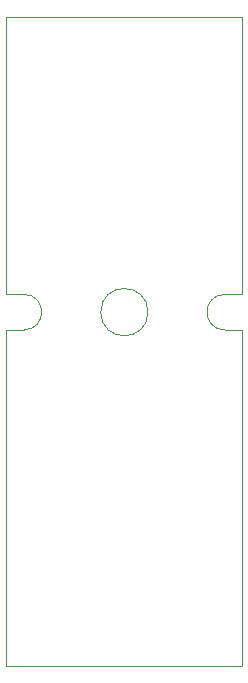
<source format=gbr>
%TF.GenerationSoftware,KiCad,Pcbnew,8.0.3*%
%TF.CreationDate,2025-02-14T11:31:19+01:00*%
%TF.ProjectId,RC,52432e6b-6963-4616-945f-706362585858,rev?*%
%TF.SameCoordinates,Original*%
%TF.FileFunction,Profile,NP*%
%FSLAX46Y46*%
G04 Gerber Fmt 4.6, Leading zero omitted, Abs format (unit mm)*
G04 Created by KiCad (PCBNEW 8.0.3) date 2025-02-14 11:31:19*
%MOMM*%
%LPD*%
G01*
G04 APERTURE LIST*
%TA.AperFunction,Profile*%
%ADD10C,0.050000*%
%TD*%
G04 APERTURE END LIST*
D10*
X159500000Y-125000000D02*
X139500000Y-125000000D01*
X141000000Y-96500000D02*
X139500000Y-96500000D01*
X158000000Y-96500000D02*
X159500000Y-96500000D01*
X141000000Y-93500000D02*
X139500000Y-93500000D01*
X141000000Y-93500000D02*
G75*
G02*
X141000000Y-96500000I0J-1500000D01*
G01*
X159500000Y-70000000D02*
X159500000Y-93500000D01*
X159500000Y-96500000D02*
X159500000Y-125000000D01*
X158000000Y-96500000D02*
G75*
G02*
X158000000Y-93500000I0J1500000D01*
G01*
X139500000Y-125000000D02*
X139500000Y-96500000D01*
X158000000Y-93500000D02*
X159500000Y-93500000D01*
X139500000Y-70000000D02*
X159500000Y-70000000D01*
X151500000Y-95000000D02*
G75*
G02*
X147500000Y-95000000I-2000000J0D01*
G01*
X147500000Y-95000000D02*
G75*
G02*
X151500000Y-95000000I2000000J0D01*
G01*
X139500000Y-93500000D02*
X139500000Y-70000000D01*
M02*

</source>
